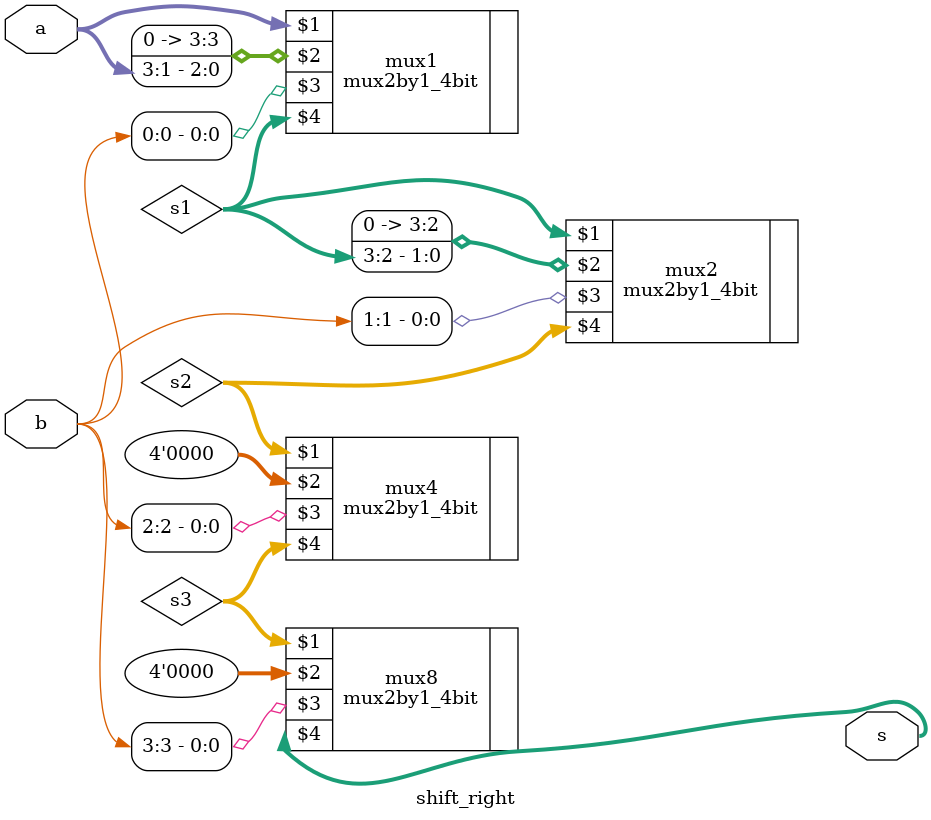
<source format=sv>
module shift_right(a,b,s);
   input logic [3:0] a;
   input logic [3:0] b;

   output logic [3:0] s;

   wire logic[3:0] s1, s2, s3;


   mux2by1_4bit mux1(a,   {1'b0,a[3:1]},  b[0], s1);
   mux2by1_4bit mux2(s1,  {2'b0,s1[3:2]}, b[1], s2);
   mux2by1_4bit mux4(s2,  4'b0, b[2],  s3);
   mux2by1_4bit mux8(s3,  4'b0, b[3],  s);
endmodule

</source>
